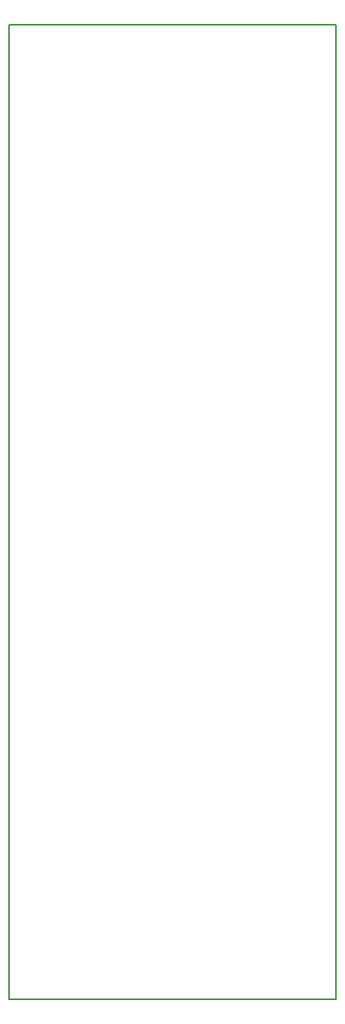
<source format=gko>
G04 DipTrace 2.4.0.2*
%INcodec_rev2.GKO*%
%MOIN*%
%ADD11C,0.0055*%
%FSLAX44Y44*%
G04*
G70*
G90*
G75*
G01*
%LNBoardOutline*%
%LPD*%
X0Y0D2*
D11*
X13250D1*
Y39370D1*
X0D1*
Y0D1*
M02*

</source>
